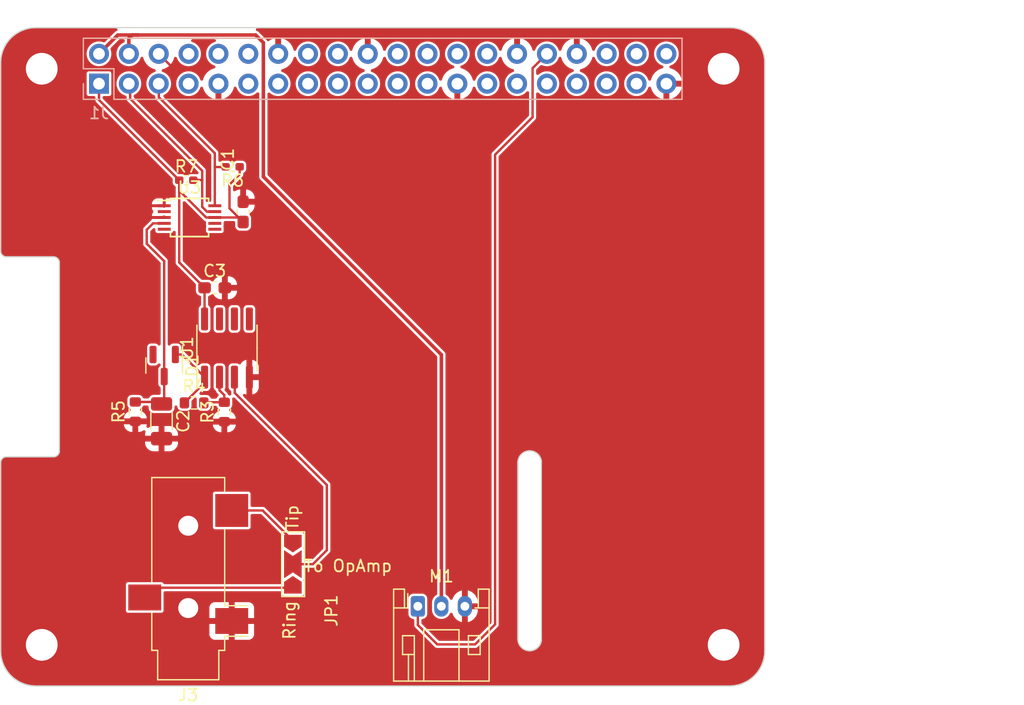
<source format=kicad_pcb>
(kicad_pcb (version 20221018) (generator pcbnew)
  (title_block (date "15 nov 2012"))
  (layers (0 "F.Cu" signal) (31 "B.Cu" signal) (34 "B.Paste" user) (35 "F.Paste" user) (36 "B.SilkS" user "B.Silkscreen") (37 "F.SilkS" user "F.Silkscreen") (38 "B.Mask" user) (39 "F.Mask" user) (44 "Edge.Cuts" user))
  (net 0 "")
  (net 1 "GND")
  (net 2 "/GPIO2{slash}SDA1")
  (net 3 "/GPIO3{slash}SCL1")
  (net 4 "/GPIO4{slash}GPCLK0")
  (net 5 "/GPIO14{slash}TXD0")
  (net 6 "/GPIO15{slash}RXD0")
  (net 7 "/GPIO17")
  (net 8 "/GPIO18{slash}PCM.CLK")
  (net 9 "/GPIO27")
  (net 10 "/GPIO22")
  (net 11 "/GPIO23")
  (net 12 "/GPIO24")
  (net 13 "/GPIO10{slash}SPI0.MOSI")
  (net 14 "/GPIO9{slash}SPI0.MISO")
  (net 15 "/GPIO25")
  (net 16 "/GPIO11{slash}SPI0.SCLK")
  (net 17 "/GPIO8{slash}SPI0.CE0")
  (net 18 "/GPIO7{slash}SPI0.CE1")
  (net 19 "/ID_SDA")
  (net 20 "/ID_SCL")
  (net 21 "/GPIO5")
  (net 22 "/GPIO6")
  (net 23 "/GPIO12{slash}PWM0")
  (net 24 "/GPIO13{slash}PWM1")
  (net 25 "/GPIO19{slash}PCM.FS")
  (net 26 "/GPIO16")
  (net 27 "/GPIO26")
  (net 28 "/GPIO20{slash}PCM.DIN")
  (net 29 "/GPIO21{slash}PCM.DOUT")
  (net 30 "+5V")
  (net 31 "+3V3")
  (net 32 "Net-(D1-A)")
  (net 33 "/ENVELOPE_OUT")
  (net 36 "Net-(U1A--)")
  (net 37 "Net-(JP1-C)")
  (net 38 "Net-(JP1-A)")
  (net 39 "Net-(JP1-B)")
  (footprint "MountingHole:MountingHole_2.7mm_M2.5" (layer "F.Cu") (at 161.5 47.5)
    (fp_text reference "MH2" hide)
    (fp_text value "MountingHole_2.7mm_M2.5" hide)
    (pad "" np_thru_hole circle locked (at 0 0) (size 2.7 2.7) (drill 2.7) (layers "*.Cu" "*.Mask"))
  )
  (footprint "Connector_JST:JST_PH_S3B-PH-K_1x03_P2.00mm_Horizontal" (layer "F.Cu") (at 135.49 93.22)
    (fp_text reference "M1" (at 2 -2.55) (layer "F.SilkS"))
    (fp_text value "Motor_Servo")
    (fp_line (start -2.06 -1.46) (end -2.06 6.36) (stroke (width 0.12)) (layer "F.SilkS"))
    (fp_line (start -2.06 0.14) (end -1.14 0.14) (stroke (width 0.12)) (layer "F.SilkS"))
    (fp_line (start -2.06 6.36) (end 6.06 6.36) (stroke (width 0.12)) (layer "F.SilkS"))
    (fp_line (start -1.3 2.5) (end -1.3 4.1) (stroke (width 0.12)) (layer "F.SilkS"))
    (fp_line (start -1.3 4.1) (end -0.3 4.1) (stroke (width 0.12)) (layer "F.SilkS"))
    (fp_line (start -1.14 -1.46) (end -2.06 -1.46) (stroke (width 0.12)) (layer "F.SilkS"))
    (fp_line (start -1.14 0.14) (end -1.14 -1.46) (stroke (width 0.12)) (layer "F.SilkS"))
    (fp_line (start -0.86 0.14) (end -1.14 0.14) (stroke (width 0.12)) (layer "F.SilkS"))
    (fp_line (start -0.86 0.14) (end -0.86 -1.075) (stroke (width 0.12)) (layer "F.SilkS"))
    (fp_line (start -0.8 4.1) (end -0.8 6.36) (stroke (width 0.12)) (layer "F.SilkS"))
    (fp_line (start -0.3 2.5) (end -1.3 2.5) (stroke (width 0.12)) (layer "F.SilkS"))
    (fp_line (start -0.3 4.1) (end -0.3 2.5) (stroke (width 0.12)) (layer "F.SilkS"))
    (fp_line (start -0.3 4.1) (end -0.3 6.36) (stroke (width 0.12)) (layer "F.SilkS"))
    (fp_line (start 0.5 2) (end 3.5 2) (stroke (width 0.12)) (layer "F.SilkS"))
    (fp_line (start 0.5 6.36) (end 0.5 2) (stroke (width 0.12)) (layer "F.SilkS"))
    (fp_line (start 3.5 2) (end 3.5 6.36) (stroke (width 0.12)) (layer "F.SilkS"))
    (fp_line (start 4.3 2.5) (end 5.3 2.5) (stroke (width 0.12)) (layer "F.SilkS"))
    (fp_line (start 4.3 4.1) (end 4.3 2.5) (stroke (width 0.12)) (layer "F.SilkS"))
    (fp_line (start 5.14 -1.46) (end 5.14 0.14) (stroke (width 0.12)) (layer "F.SilkS"))
    (fp_line (start 5.14 0.14) (end 4.86 0.14) (stroke (width 0.12)) (layer "F.SilkS"))
    (fp_line (start 5.3 2.5) (end 5.3 4.1) (stroke (width 0.12)) (layer "F.SilkS"))
    (fp_line (start 5.3 4.1) (end 4.3 4.1) (stroke (width 0.12)) (layer "F.SilkS"))
    (fp_line (start 6.06 -1.46) (end 5.14 -1.46) (stroke (width 0.12)) (layer "F.SilkS"))
    (fp_line (start 6.06 0.14) (end 5.14 0.14) (stroke (width 0.12)) (layer "F.SilkS"))
    (fp_line (start 6.06 6.36) (end 6.06 -1.46) (stroke (width 0.12)) (layer "F.SilkS"))
    (pad "1" thru_hole roundrect (at 0 0) (size 1.2 1.75) (drill 0.75) (layers "*.Cu" "*.Mask") (roundrect_rratio 0.208333) (net 23 "/GPIO12{slash}PWM0"))
    (pad "2" thru_hole oval (at 2 0) (size 1.2 1.75) (drill 0.75) (layers "*.Cu" "*.Mask") (net 30 "+5V"))
    (pad "3" thru_hole oval (at 4 0) (size 1.2 1.75) (drill 0.75) (layers "*.Cu" "*.Mask") (net 1 "GND"))
  )
  (footprint "Capacitor_SMD:C_0603_1608Metric_Pad1.08x0.95mm_HandSolder" (layer "F.Cu") (at 118.2125 66.13)
    (fp_text reference "C3" (at 0 -1.43) (layer "F.SilkS"))
    (fp_text value "0.1uF")
    (fp_line (start -0.146267 -0.51) (end 0.146267 -0.51) (stroke (width 0.12)) (layer "F.SilkS"))
    (fp_line (start -0.146267 0.51) (end 0.146267 0.51) (stroke (width 0.12)) (layer "F.SilkS"))
    (pad "1" smd roundrect (at -0.8625 0) (size 1.075 0.95) (layers "F.Cu" "F.Paste" "F.Mask") (net 31 "+3V3"))
    (pad "2" smd roundrect (at 0.8625 0) (size 1.075 0.95) (layers "F.Cu" "F.Paste" "F.Mask") (net 1 "GND"))
  )
  (footprint "Package_TO_SOT_SMD:SOT-23" (layer "F.Cu") (at 113.915 72.7425 -90)
    (fp_text reference "D1" (at 0 -2.4 90) (layer "F.SilkS"))
    (fp_text value "BAR43FILM")
    (fp_line (start 0 -1.56) (end -1.675 -1.56) (stroke (width 0.12)) (layer "F.SilkS"))
    (fp_line (start 0 -1.56) (end 0.65 -1.56) (stroke (width 0.12)) (layer "F.SilkS"))
    (fp_line (start 0 1.56) (end -0.65 1.56) (stroke (width 0.12)) (layer "F.SilkS"))
    (fp_line (start 0 1.56) (end 0.65 1.56) (stroke (width 0.12)) (layer "F.SilkS"))
    (pad "1" smd roundrect (at -0.9375 -0.95 270) (size 1.475 0.6) (layers "F.Cu" "F.Paste" "F.Mask") (net 32 "Net-(D1-A)"))
    (pad "2" smd roundrect (at -0.9375 0.95 270) (size 1.475 0.6) (layers "F.Cu" "F.Paste" "F.Mask"))
    (pad "3" smd roundrect (at 0.9375 0 270) (size 1.475 0.6) (layers "F.Cu" "F.Paste" "F.Mask") (net 33 "/ENVELOPE_OUT"))
  )
  (footprint "Package_SO:TSSOP-10_3x3mm_P0.5mm" (layer "F.Cu") (at 116.07 60.15)
    (fp_text reference "U3" (at 0 -2.55) (layer "F.SilkS"))
    (fp_text value "ADS1115IDGS")
    (fp_line (start -1.625 -1.625) (end -1.625 -1.45) (stroke (width 0.15)) (layer "F.SilkS"))
    (fp_line (start -1.625 -1.625) (end 1.625 -1.625) (stroke (width 0.15)) (layer "F.SilkS"))
    (fp_line (start -1.625 -1.45) (end -2.7 -1.45) (stroke (width 0.15)) (layer "F.SilkS"))
    (fp_line (start -1.625 1.625) (end -1.625 1.35) (stroke (width 0.15)) (layer "F.SilkS"))
    (fp_line (start -1.625 1.625) (end 1.625 1.625) (stroke (width 0.15)) (layer "F.SilkS"))
    (fp_line (start 1.625 -1.625) (end 1.625 -1.35) (stroke (width 0.15)) (layer "F.SilkS"))
    (fp_line (start 1.625 1.625) (end 1.625 1.35) (stroke (width 0.15)) (layer "F.SilkS"))
    (pad "1" smd rect (at -2.15 -1) (size 1.1 0.25) (layers "F.Cu" "F.Paste" "F.Mask") (net 1 "GND"))
    (pad "2" smd rect (at -2.15 -0.5) (size 1.1 0.25) (layers "F.Cu" "F.Paste" "F.Mask"))
    (pad "3" smd rect (at -2.15 0) (size 1.1 0.25) (layers "F.Cu" "F.Paste" "F.Mask") (net 1 "GND"))
    (pad "4" smd rect (at -2.15 0.5) (size 1.1 0.25) (layers "F.Cu" "F.Paste" "F.Mask") (net 33 "/ENVELOPE_OUT"))
    (pad "5" smd rect (at -2.15 1) (size 1.1 0.25) (layers "F.Cu" "F.Paste" "F.Mask"))
    (pad "6" smd rect (at 2.15 1) (size 1.1 0.25) (layers "F.Cu" "F.Paste" "F.Mask"))
    (pad "7" smd rect (at 2.15 0.5) (size 1.1 0.25) (layers "F.Cu" "F.Paste" "F.Mask"))
    (pad "8" smd rect (at 2.15 0) (size 1.1 0.25) (layers "F.Cu" "F.Paste" "F.Mask") (net 31 "+3V3"))
    (pad "9" smd rect (at 2.15 -0.5) (size 1.1 0.25) (layers "F.Cu" "F.Paste" "F.Mask") (net 2 "/GPIO2{slash}SDA1"))
    (pad "10" smd rect (at 2.15 -1) (size 1.1 0.25) (layers "F.Cu" "F.Paste" "F.Mask") (net 3 "/GPIO3{slash}SCL1"))
  )
  (footprint "Resistor_SMD:R_0603_1608Metric" (layer "F.Cu") (at 111.46 76.665 90)
    (fp_text reference "R5" (at 0 -1.43 90) (layer "F.SilkS"))
    (fp_text value "3k")
    (fp_line (start -0.237258 -0.5225) (end 0.237258 -0.5225) (stroke (width 0.12)) (layer "F.SilkS"))
    (fp_line (start -0.237258 0.5225) (end 0.237258 0.5225) (stroke (width 0.12)) (layer "F.SilkS"))
    (pad "1" smd roundrect (at -0.825 0 90) (size 0.8 0.95) (layers "F.Cu" "F.Paste" "F.Mask") (net 1 "GND"))
    (pad "2" smd roundrect (at 0.825 0 90) (size 0.8 0.95) (layers "F.Cu" "F.Paste" "F.Mask") (net 33 "/ENVELOPE_OUT"))
  )
  (footprint "MountingHole:MountingHole_2.7mm_M2.5" (layer "F.Cu") (at 103.5 96.5)
    (fp_text reference "MH3" hide)
    (fp_text value "MountingHole_2.7mm_M2.5" hide)
    (pad "" np_thru_hole circle locked (at 0 0) (size 2.7 2.7) (drill 2.7) (layers "*.Cu" "*.Mask"))
  )
  (footprint "Jumper:SolderJumper-3_P2.0mm_Open_TrianglePad1.0x1.5mm_NumberLabels" (layer "F.Cu") (at 124.86 89.64 -90)
    (fp_text reference "JP1" (at 3.95 -3.28 90) (layer "F.SilkS"))
    (fp_text value "SolderJumper_3_Open")
    (fp_text user "Ring" (at 4.77 0.29 90) (layer "F.SilkS"))
    (fp_text user "Tip" (at -3.96 0.04 90) (layer "F.SilkS"))
    (fp_line (start -2.75 -1) (end 2.75 -1) (stroke (width 0.12)) (layer "F.SilkS"))
    (fp_line (start -2.75 0.95) (end -2.75 -1) (stroke (width 0.12)) (layer "F.SilkS"))
    (fp_line (start 2.75 -1) (end 2.75 0.95) (stroke (width 0.12)) (layer "F.SilkS"))
    (fp_line (start 2.75 0.95) (end -2.75 0.95) (stroke (width 0.12)) (layer "F.SilkS"))
    (pad "1" smd custom (at -2 0 270) (size 0.3 0.3) (layers "F.Cu" "F.Mask") (net 38 "Net-(JP1-A)") (options (clearance outline) (anchor rect)) (primitives (gr_poly (pts (xy 1 0) (xy 0.5 0.75) (xy -0.5 0.75) (xy -0.5 -0.75) (xy 0.5 -0.75)) (width 0) (fill yes))))
    (pad "2" smd custom (at 0 0 270) (size 0.3 0.3) (layers "F.Cu") (net 37 "Net-(JP1-C)") (options (clearance outline) (anchor rect)) (primitives (gr_poly (pts (xy 0.7 0) (xy 1.2 0.75) (xy -1.2 0.75) (xy -0.7 0) (xy -1.2 -0.75) (xy 1.2 -0.75)) (width 0) (fill yes))))
    (pad "3" smd custom (at 2 0 90) (size 0.3 0.3) (layers "F.Cu" "F.Mask") (net 39 "Net-(JP1-B)") (options (clearance outline) (anchor rect)) (primitives (gr_poly (pts (xy 1 0) (xy 0.5 0.75) (xy -0.5 0.75) (xy -0.5 -0.75) (xy 0.5 -0.75)) (width 0) (fill yes))))
  )
  (footprint "MountingHole:MountingHole_2.7mm_M2.5" (layer "F.Cu") (at 103.5 47.5)
    (fp_text reference "MH1" hide)
    (fp_text value "MountingHole_2.7mm_M2.5" hide)
    (pad "" np_thru_hole circle locked (at 0 0) (size 2.7 2.7) (drill 2.7) (layers "*.Cu" "*.Mask"))
  )
  (footprint "Capacitor_SMD:C_0603_1608Metric_Pad1.08x0.95mm_HandSolder" (layer "F.Cu") (at 120.63 59.6725 90)
    (fp_text reference "C1" (at 4.455 -1.305 90) (layer "F.SilkS"))
    (fp_text value "0.1uF")
    (fp_line (start -0.146267 -0.51) (end 0.146267 -0.51) (stroke (width 0.12)) (layer "F.SilkS"))
    (fp_line (start -0.146267 0.51) (end 0.146267 0.51) (stroke (width 0.12)) (layer "F.SilkS"))
    (pad "1" smd roundrect (at -0.8625 0 90) (size 1.075 0.95) (layers "F.Cu" "F.Paste" "F.Mask") (net 31 "+3V3"))
    (pad "2" smd roundrect (at 0.8625 0 90) (size 1.075 0.95) (layers "F.Cu" "F.Paste" "F.Mask") (net 1 "GND"))
  )
  (footprint "Resistor_SMD:R_0402_1005Metric_Pad0.72x0.64mm_HandSolder" (layer "F.Cu") (at 115.7925 56.98)
    (fp_text reference "R7" (at 0 -1.17) (layer "F.SilkS"))
    (fp_text value "R_Small")
    (fp_line (start -0.167621 -0.38) (end 0.167621 -0.38) (stroke (width 0.12)) (layer "F.SilkS"))
    (fp_line (start -0.167621 0.38) (end 0.167621 0.38) (stroke (width 0.12)) (layer "F.SilkS"))
    (pad "1" smd roundrect (at -0.5975 0) (size 0.715 0.64) (layers "F.Cu" "F.Paste" "F.Mask") (net 31 "+3V3"))
    (pad "2" smd roundrect (at 0.5975 0) (size 0.715 0.64) (layers "F.Cu" "F.Paste" "F.Mask") (net 2 "/GPIO2{slash}SDA1"))
  )
  (footprint "Package_SO:SOIC-8_3.9x4.9mm_P1.27mm" (layer "F.Cu") (at 119.255 71.255 90)
    (fp_text reference "U1" (at 0 -3.4 90) (layer "F.SilkS"))
    (fp_text value "TLV2372")
    (fp_line (start 0 -2.56) (end -3.45 -2.56) (stroke (width 0.12)) (layer "F.SilkS"))
    (fp_line (start 0 -2.56) (end 1.95 -2.56) (stroke (width 0.12)) (layer "F.SilkS"))
    (fp_line (start 0 2.56) (end -1.95 2.56) (stroke (width 0.12)) (layer "F.SilkS"))
    (fp_line (start 0 2.56) (end 1.95 2.56) (stroke (width 0.12)) (layer "F.SilkS"))
    (pad "1" smd roundrect (at -2.475 -1.905 90) (size 1.95 0.6) (layers "F.Cu" "F.Paste" "F.Mask") (net 32 "Net-(D1-A)"))
    (pad "2" smd roundrect (at -2.475 -0.635 90) (size 1.95 0.6) (layers "F.Cu" "F.Paste" "F.Mask") (net 36 "Net-(U1A--)"))
    (pad "3" smd roundrect (at -2.475 0.635 90) (size 1.95 0.6) (layers "F.Cu" "F.Paste" "F.Mask") (net 37 "Net-(JP1-C)"))
    (pad "4" smd roundrect (at -2.475 1.905 90) (size 1.95 0.6) (layers "F.Cu" "F.Paste" "F.Mask") (net 1 "GND"))
    (pad "5" smd roundrect (at 2.475 1.905 90) (size 1.95 0.6) (layers "F.Cu" "F.Paste" "F.Mask"))
    (pad "6" smd roundrect (at 2.475 0.635 90) (size 1.95 0.6) (layers "F.Cu" "F.Paste" "F.Mask"))
    (pad "7" smd roundrect (at 2.475 -0.635 90) (size 1.95 0.6) (layers "F.Cu" "F.Paste" "F.Mask"))
    (pad "8" smd roundrect (at 2.475 -1.905 90) (size 1.95 0.6) (layers "F.Cu" "F.Paste" "F.Mask") (net 31 "+3V3"))
  )
  (footprint "Connector_Audio:Jack_3.5mm_CUI_SJ-3523-SMT_Horizontal" (layer "F.Cu") (at 115.96 90.87 180)
    (fp_text reference "J3" (at 0 -9.9) (layer "F.SilkS"))
    (fp_text value "AudioJack3")
    (fp_line (start -3.1 -6.1) (end -2.6 -6.1) (stroke (width 0.12)) (layer "F.SilkS"))
    (fp_line (start -3.1 -4.9) (end -5.1 -4.9) (stroke (width 0.12)) (layer "F.SilkS"))
    (fp_line (start -3.1 -4.9) (end -3.1 -6.1) (stroke (width 0.12)) (layer "F.SilkS"))
    (fp_line (start -3.1 -2.3) (end -5.1 -2.3) (stroke (width 0.12)) (layer "F.SilkS"))
    (fp_line (start -3.1 4.2) (end -3.1 -2.3) (stroke (width 0.12)) (layer "F.SilkS"))
    (fp_line (start -3.1 8.6) (end -3.1 7.4) (stroke (width 0.12)) (layer "F.SilkS"))
    (fp_line (start -2.6 -8.6) (end 2.6 -8.6) (stroke (width 0.12)) (layer "F.SilkS"))
    (fp_line (start -2.6 -6.1) (end -2.6 -8.6) (stroke (width 0.12)) (layer "F.SilkS"))
    (fp_line (start 2.6 -8.6) (end 2.6 -6.1) (stroke (width 0.12)) (layer "F.SilkS"))
    (fp_line (start 2.6 -6.1) (end 3.1 -6.1) (stroke (width 0.12)) (layer "F.SilkS"))
    (fp_line (start 3.1 -6.1) (end 3.1 -2.9) (stroke (width 0.12)) (layer "F.SilkS"))
    (fp_line (start 3.1 -0.3) (end 3.1 8.6) (stroke (width 0.12)) (layer "F.SilkS"))
    (fp_line (start 3.1 8.6) (end -3.1 8.6) (stroke (width 0.12)) (layer "F.SilkS"))
    (pad "" np_thru_hole circle (at 0 -2.5 180) (size 1.7 1.7) (drill 1.7) (layers "*.Cu" "*.Mask"))
    (pad "" np_thru_hole circle (at 0 4.5 180) (size 1.7 1.7) (drill 1.7) (layers "*.Cu" "*.Mask"))
    (pad "R" smd rect (at 3.7 -1.6 180) (size 2.8 2.2) (layers "F.Cu" "F.Paste" "F.Mask") (net 39 "Net-(JP1-B)"))
    (pad "S" smd rect (at -3.7 -3.6 180) (size 2.8 2.2) (layers "F.Cu" "F.Paste" "F.Mask") (net 1 "GND"))
    (pad "T" smd rect (at -3.7 5.8 180) (size 2.8 2.8) (layers "F.Cu" "F.Paste" "F.Mask") (net 38 "Net-(JP1-A)"))
  )
  (footprint "MountingHole:MountingHole_2.7mm_M2.5" (layer "F.Cu") (at 161.5 96.5)
    (fp_text reference "MH4" hide)
    (fp_text value "MountingHole_2.7mm_M2.5" hide)
    (pad "" np_thru_hole circle locked (at 0 0) (size 2.7 2.7) (drill 2.7) (layers "*.Cu" "*.Mask"))
  )
  (footprint "Capacitor_SMD:C_1206_3216Metric" (layer "F.Cu") (at 113.69 77.485 -90)
    (fp_text reference "C2" (at 0 -1.85 90) (layer "F.SilkS"))
    (fp_text value "47uF")
    (fp_line (start -0.711252 -0.91) (end 0.711252 -0.91) (stroke (width 0.12)) (layer "F.SilkS"))
    (fp_line (start -0.711252 0.91) (end 0.711252 0.91) (stroke (width 0.12)) (layer "F.SilkS"))
    (pad "1" smd roundrect (at -1.475 0 270) (size 1.15 1.8) (layers "F.Cu" "F.Paste" "F.Mask") (roundrect_rratio 0.217391) (net 33 "/ENVELOPE_OUT"))
    (pad "2" smd roundrect (at 1.475 0 270) (size 1.15 1.8) (layers "F.Cu" "F.Paste" "F.Mask") (roundrect_rratio 0.217391) (net 1 "GND"))
  )
  (footprint "Resistor_SMD:R_0402_1005Metric_Pad0.72x0.64mm_HandSolder" (layer "F.Cu") (at 119.7375 55.84 180)
    (fp_text reference "R6" (at 0 -1.17) (layer "F.SilkS"))
    (fp_text value "R_Small")
    (fp_line (start -0.167621 -0.38) (end 0.167621 -0.38) (stroke (width 0.12)) (layer "F.SilkS"))
    (fp_line (start -0.167621 0.38) (end 0.167621 0.38) (stroke (width 0.12)) (layer "F.SilkS"))
    (pad "1" smd roundrect (at -0.5975 0 180) (size 0.715 0.64) (layers "F.Cu" "F.Paste" "F.Mask") (net 31 "+3V3"))
    (pad "2" smd roundrect (at 0.5975 0 180) (size 0.715 0.64) (layers "F.Cu" "F.Paste" "F.Mask") (net 3 "/GPIO3{slash}SCL1"))
  )
  (footprint "Resistor_SMD:R_0603_1608Metric" (layer "F.Cu") (at 119.03 76.69 90)
    (fp_text reference "R3" (at 0 -1.43 90) (layer "F.SilkS"))
    (fp_text value "5k")
    (fp_line (start -0.237258 -0.5225) (end 0.237258 -0.5225) (stroke (width 0.12)) (layer "F.SilkS"))
    (fp_line (start -0.237258 0.5225) (end 0.237258 0.5225) (stroke (width 0.12)) (layer "F.SilkS"))
    (pad "1" smd roundrect (at -0.825 0 90) (size 0.8 0.95) (layers "F.Cu" "F.Paste" "F.Mask") (net 1 "GND"))
    (pad "2" smd roundrect (at 0.825 0 90) (size 0.8 0.95) (layers "F.Cu" "F.Paste" "F.Mask") (net 36 "Net-(U1A--)"))
  )
  (footprint "Resistor_SMD:R_0603_1608Metric" (layer "F.Cu") (at 116.46 75.92)
    (fp_text reference "R4" (at 0 -1.43) (layer "F.SilkS"))
    (fp_text value "25k")
    (fp_line (start -0.237258 -0.5225) (end 0.237258 -0.5225) (stroke (width 0.12)) (layer "F.SilkS"))
    (fp_line (start -0.237258 0.5225) (end 0.237258 0.5225) (stroke (width 0.12)) (layer "F.SilkS"))
    (pad "1" smd roundrect (at -0.825 0) (size 0.8 0.95) (layers "F.Cu" "F.Paste" "F.Mask") (net 32 "Net-(D1-A)"))
    (pad "2" smd roundrect (at 0.825 0) (size 0.8 0.95) (layers "F.Cu" "F.Paste" "F.Mask") (net 36 "Net-(U1A--)"))
  )
  (footprint "Connector_PinSocket_2.54mm:PinSocket_2x20_P2.54mm_Vertical" (layer "B.Cu") (at 108.37 48.77 -90)
    (fp_text reference "J1" (at 2.5 0) (layer "B.SilkS") (effects (justify mirror)))
    (fp_text value "GPIO")
    (fp_line (start -3.87 -49.59) (end 1.33 -49.59) (stroke (width 0.12)) (layer "B.SilkS"))
    (fp_line (start -3.87 1.33) (end -3.87 -49.59) (stroke (width 0.12)) (layer "B.SilkS"))
    (fp_line (start -3.87 1.33) (end -1.27 1.33) (stroke (width 0.12)) (layer "B.SilkS"))
    (fp_line (start -1.27 -1.27) (end 1.33 -1.27) (stroke (width 0.12)) (layer "B.SilkS"))
    (fp_line (start -1.27 1.33) (end -1.27 -1.27) (stroke (width 0.12)) (layer "B.SilkS"))
    (fp_line (start 0 1.33) (end 1.33 1.33) (stroke (width 0.12)) (layer "B.SilkS"))
    (fp_line (start 1.33 -1.27) (end 1.33 -49.59) (stroke (width 0.12)) (layer "B.SilkS"))
    (fp_line (start 1.33 1.33) (end 1.33 0) (stroke (width 0.12)) (layer "B.SilkS"))
    (pad "1" thru_hole rect (at 0 0 270) (size 1.7 1.7) (drill 1) (layers "*.Cu" "*.Mask") (net 31 "+3V3"))
    (pad "2" thru_hole oval (at -2.54 0 270) (size 1.7 1.7) (drill 1) (layers "*.Cu" "*.Mask") (net 30 "+5V"))
    (pad "3" thru_hole oval (at 0 -2.54 270) (size 1.7 1.7) (drill 1) (layers "*.Cu" "*.Mask") (net 2 "/GPIO2{slash}SDA1"))
    (pad "4" thru_hole oval (at -2.54 -2.54 270) (size 1.7 1.7) (drill 1) (layers "*.Cu" "*.Mask") (net 30 "+5V"))
    (pad "5" thru_hole oval (at 0 -5.08 270) (size 1.7 1.7) (drill 1) (layers "*.Cu" "*.Mask") (net 3 "/GPIO3{slash}SCL1"))
    (pad "6" thru_hole oval (at -2.54 -5.08 270) (size 1.7 1.7) (drill 1) (layers "*.Cu" "*.Mask") (net 1 "GND"))
    (pad "7" thru_hole oval (at 0 -7.62 270) (size 1.7 1.7) (drill 1) (layers "*.Cu" "*.Mask") (net 4 "/GPIO4{slash}GPCLK0"))
    (pad "8" thru_hole oval (at -2.54 -7.62 270) (size 1.7 1.7) (drill 1) (layers "*.Cu" "*.Mask") (net 5 "/GPIO14{slash}TXD0"))
    (pad "9" thru_hole oval (at 0 -10.16 270) (size 1.7 1.7) (drill 1) (layers "*.Cu" "*.Mask") (net 1 "GND"))
    (pad "10" thru_hole oval (at -2.54 -10.16 270) (size 1.7 1.7) (drill 1) (layers "*.Cu" "*.Mask") (net 6 "/GPIO15{slash}RXD0"))
    (pad "11" thru_hole oval (at 0 -12.7 270) (size 1.7 1.7) (drill 1) (layers "*.Cu" "*.Mask") (net 7 "/GPIO17"))
    (pad "12" thru_hole oval (at -2.54 -12.7 270) (size 1.7 1.7) (drill 1) (layers "*.Cu" "*.Mask") (net 8 "/GPIO18{slash}PCM.CLK"))
    (pad "13" thru_hole oval (at 0 -15.24 270) (size 1.7 1.7) (drill 1) (layers "*.Cu" "*.Mask") (net 9 "/GPIO27"))
    (pad "14" thru_hole oval (at -2.54 -15.24 270) (size 1.7 1.7) (drill 1) (layers "*.Cu" "*.Mask") (net 1 "GND"))
    (pad "15" thru_hole oval (at 0 -17.78 270) (size 1.7 1.7) (drill 1) (layers "*.Cu" "*.Mask") (net 10 "/GPIO22"))
    (pad "16" thru_hole oval (at -2.54 -17.78 270) (size 1.7 1.7) (drill 1) (layers "*.Cu" "*.Mask") (net 11 "/GPIO23"))
    (pad "17" thru_hole oval (at 0 -20.32 270) (size 1.7 1.7) (drill 1) (layers "*.Cu" "*.Mask") (net 31 "+3V3"))
    (pad "18" thru_hole oval (at -2.54 -20.32 270) (size 1.7 1.7) (drill 1) (layers "*.Cu" "*.Mask") (net 12 "/GPIO24"))
    (pad "19" thru_hole oval (at 0 -22.86 270) (size 1.7 1.7) (drill 1) (layers "*.Cu" "*.Mask") (net 13 "/GPIO10{slash}SPI0.MOSI"))
    (pad "20" thru_hole oval (at -2.54 -22.86 270) (size 1.7 1.7) (drill 1) (layers "*.Cu" "*.Mask") (net 1 "GND"))
    (pad "21" thru_hole oval (at 0 -25.4 270) (size 1.7 1.7) (drill 1) (layers "*.Cu" "*.Mask") (net 14 "/GPIO9{slash}SPI0.MISO"))
    (pad "22" thru_hole oval (at -2.54 -25.4 270) (size 1.7 1.7) (drill 1) (layers "*.Cu" "*.Mask") (net 15 "/GPIO25"))
    (pad "23" thru_hole oval (at 0 -27.94 270) (size 1.7 1.7) (drill 1) (layers "*.Cu" "*.Mask") (net 16 "/GPIO11{slash}SPI0.SCLK"))
    (pad "24" thru_hole oval (at -2.54 -27.94 270) (size 1.7 1.7) (drill 1) (layers "*.Cu" "*.Mask") (net 17 "/GPIO8{slash}SPI0.CE0"))
    (pad "25" thru_hole oval (at 0 -30.48 270) (size 1.7 1.7) (drill 1) (layers "*.Cu" "*.Mask") (net 1 "GND"))
    (pad "26" thru_hole oval (at -2.54 -30.48 270) (size 1.7 1.7) (drill 1) (layers "*.Cu" "*.Mask") (net 18 "/GPIO7{slash}SPI0.CE1"))
    (pad "27" thru_hole oval (at 0 -33.02 270) (size 1.7 1.7) (drill 1) (layers "*.Cu" "*.Mask") (net 19 "/ID_SDA"))
    (pad "28" thru_hole oval (at -2.54 -33.02 270) (size 1.7 1.7) (drill 1) (layers "*.Cu" "*.Mask") (net 20 "/ID_SCL"))
    (pad "29" thru_hole oval (at 0 -35.56 270) (size 1.7 1.7) (drill 1) (layers "*.Cu" "*.Mask") (net 21 "/GPIO5"))
    (pad "30" thru_hole oval (at -2.54 -35.56 270) (size 1.7 1.7) (drill 1) (layers "*.Cu" "*.Mask") (net 1 "GND"))
    (pad "31" thru_hole oval (at 0 -38.1 270) (size 1.7 1.7) (drill 1) (layers "*.Cu" "*.Mask") (net 22 "/GPIO6"))
    (pad "32" thru_hole oval (at -2.54 -38.1 270) (size 1.7 1.7) (drill 1) (layers "*.Cu" "*.Mask") (net 23 "/GPIO12{slash}PWM0"))
    (pad "33" thru_hole oval (at 0 -40.64 270) (size 1.7 1.7) (drill 1) (layers "*.Cu" "*.Mask") (net 24 "/GPIO13{slash}PWM1"))
    (pad "34" thru_hole oval (at -2.54 -40.64 270) (size 1.7 1.7) (drill 1) (layers "*.Cu" "*.Mask") (net 1 "GND"))
    (pad "35" thru_hole oval (at 0 -43.18 270) (size 1.7 1.7) (drill 1) (layers "*.Cu" "*.Mask") (net 25 "/GPIO19{slash}PCM.FS"))
    (pad "36" thru_hole oval (at -2.54 -43.18 270) (size 1.7 1.7) (drill 1) (layers "*.Cu" "*.Mask") (net 26 "/GPIO16"))
    (pad "37" thru_hole oval (at 0 -45.72 270) (size 1.7 1.7) (drill 1) (layers "*.Cu" "*.Mask") (net 27 "/GPIO26"))
    (pad "38" thru_hole oval (at -2.54 -45.72 270) (size 1.7 1.7) (drill 1) (layers "*.Cu" "*.Mask") (net 28 "/GPIO20{slash}PCM.DIN"))
    (pad "39" thru_hole oval (at 0 -48.26 270) (size 1.7 1.7) (drill 1) (layers "*.Cu" "*.Mask") (net 1 "GND"))
    (pad "40" thru_hole oval (at -2.54 -48.26 270) (size 1.7 1.7) (drill 1) (layers "*.Cu" "*.Mask") (net 29 "/GPIO21{slash}PCM.DOUT"))
  )
  (gr_arc (start 100.5 63.5) (mid 100.146447 63.353553) (end 100 63) (stroke (width 0.1)) (layer "Edge.Cuts"))
  (gr_arc (start 162 44) (mid 164.12132 44.87868) (end 165 47) (stroke (width 0.1)) (layer "Edge.Cuts"))
  (gr_line (start 165 97) (end 165 47) (stroke (width 0.1)) (layer "Edge.Cuts"))
  (gr_line (start 100 47) (end 100 63) (stroke (width 0.1)) (layer "Edge.Cuts"))
  (gr_line (start 146 81) (end 146 96) (stroke (width 0.1)) (layer "Edge.Cuts"))
  (gr_line (start 144 96) (end 144 81) (stroke (width 0.1)) (layer "Edge.Cuts"))
  (gr_arc (start 103 100) (mid 100.87868 99.12132) (end 100 97) (stroke (width 0.1)) (layer "Edge.Cuts"))
  (gr_line (start 103 100) (end 162 100) (stroke (width 0.1)) (layer "Edge.Cuts"))
  (gr_line (start 104.5 80.5) (end 100.5 80.5) (stroke (width 0.1)) (layer "Edge.Cuts"))
  (gr_arc (start 144 81) (mid 145 80) (end 146 81) (stroke (width 0.1)) (layer "Edge.Cuts"))
  (gr_arc (start 100 81) (mid 100.146138 80.646755) (end 100.499127 80.500001) (stroke (width 0.1)) (layer "Edge.Cuts"))
  (gr_arc (start 165 97) (mid 164.12132 99.12132) (end 162 100) (stroke (width 0.1)) (layer "Edge.Cuts"))
  (gr_line (start 105 64) (end 105 80) (stroke (width 0.1)) (layer "Edge.Cuts"))
  (gr_arc (start 100 47) (mid 100.87868 44.87868) (end 103 44) (stroke (width 0.1)) (layer "Edge.Cuts"))
  (gr_arc (start 146 96) (mid 145 97) (end 144 96) (stroke (width 0.1)) (layer "Edge.Cuts"))
  (gr_line (start 100 81) (end 100 97) (stroke (width 0.1)) (layer "Edge.Cuts"))
  (gr_line (start 100.5 63.5) (end 104.5 63.5) (stroke (width 0.1)) (layer "Edge.Cuts"))
  (gr_arc (start 105 80) (mid 104.853553 80.353553) (end 104.5 80.5) (stroke (width 0.1)) (layer "Edge.Cuts"))
  (gr_arc (start 104.5 63.5) (mid 104.853553 63.646447) (end 105 64) (stroke (width 0.1)) (layer "Edge.Cuts"))
  (gr_line (start 162 44) (end 103 44) (stroke (width 0.1)) (layer "Edge.Cuts"))
  (gr_text "To OpAmp" (at 129.55 89.79) (layer "F.SilkS") (effects (font (size 1 1))))
  (segment (start 113.45 46.23) (end 114.69 47.47) (width 0.2) (layer "F.Cu") (net 1))
  (segment (start 114.69 47.47) (end 114.76 47.47) (width 0.2) (layer "F.Cu") (net 1))
  (segment (start 117.15 59.25) (end 117.15 56.96) (width 0.2) (layer "F.Cu") (net 2))
  (segment (start 117.15 56.96) (end 116.41 56.96) (width 0.2) (layer "F.Cu") (net 2))
  (segment (start 116.41 56.96) (end 116.39 56.98) (width 0.2) (layer "F.Cu") (net 2))
  (segment (start 111.02 50.05) (end 111.02 48.88) (width 0.2) (layer "F.Cu") (net 2))
  (segment (start 117.15 56.18) (end 111.02 50.05) (width 0.2) (layer "F.Cu") (net 2))
  (segment (start 111.02 48.88) (end 110.91 48.77) (width 0.2) (layer "F.Cu") (net 2))
  (segment (start 117.15 56.96) (end 117.15 56.18) (width 0.2) (layer "F.Cu") (net 2))
  (segment (start 118.22 59.65) (end 117.55 59.65) (width 0.2) (layer "F.Cu") (net 2))
  (segment (start 117.55 59.65) (end 117.15 59.25) (width 0.2) (layer "F.Cu") (net 2))
  (segment (start 113.46 48.78) (end 113.45 48.77) (width 0.2) (layer "F.Cu") (net 3))
  (segment (start 119.12 55.86) (end 119.14 55.84) (width 0.2) (layer "F.Cu") (net 3))
  (segment (start 113.46 49.92) (end 113.46 48.78) (width 0.2) (layer "F.Cu") (net 3))
  (segment (start 118.22 55.86) (end 118.22 54.68) (width 0.2) (layer "F.Cu") (net 3))
  (segment (start 118.22 54.68) (end 113.46 49.92) (width 0.2) (layer "F.Cu") (net 3))
  (segment (start 118.22 59.15) (end 118.22 55.86) (width 0.2) (layer "F.Cu") (net 3))
  (segment (start 118.22 55.86) (end 119.12 55.86) (width 0.2) (layer "F.Cu") (net 3))
  (segment (start 142.06 54.806346) (end 145.25 51.616346) (width 0.2) (layer "F.Cu") (net 23))
  (segment (start 142.06 94.76) (end 142.06 54.806346) (width 0.2) (layer "F.Cu") (net 23))
  (segment (start 135.49 93.22) (end 135.49 94.81) (width 0.2) (layer "F.Cu") (net 23))
  (segment (start 135.49 94.81) (end 137.14 96.46) (width 0.2) (layer "F.Cu") (net 23))
  (segment (start 137.14 96.46) (end 140.36 96.46) (width 0.2) (layer "F.Cu") (net 23))
  (segment (start 140.36 96.46) (end 142.06 94.76) (width 0.2) (layer "F.Cu") (net 23))
  (segment (start 145.25 51.616346) (end 145.25 47.45) (width 0.2) (layer "F.Cu") (net 23))
  (segment (start 145.25 47.45) (end 146.47 46.23) (width 0.2) (layer "F.Cu") (net 23))
  (segment (start 110.91 44.91) (end 110.91 46.23) (width 0.3) (layer "F.Cu") (net 30))
  (segment (start 137.49 93.22) (end 137.49 71.82) (width 0.3) (layer "F.Cu") (net 30))
  (segment (start 111.19 44.63) (end 110.91 44.91) (width 0.3) (layer "F.Cu") (net 30))
  (segment (start 111.71 44.63) (end 111.19 44.63) (width 0.3) (layer "F.Cu") (net 30))
  (segment (start 122.35 45.28) (end 121.7 44.63) (width 0.3) (layer "F.Cu") (net 30))
  (segment (start 121.7 44.63) (end 111.71 44.63) (width 0.3) (layer "F.Cu") (net 30))
  (segment (start 109.97 44.63) (end 111.71 44.63) (width 0.3) (layer "F.Cu") (net 30))
  (segment (start 108.37 46.23) (end 109.97 44.63) (width 0.3) (layer "F.Cu") (net 30))
  (segment (start 137.49 71.82) (end 122.35 56.68) (width 0.3) (layer "F.Cu") (net 30))
  (segment (start 122.35 56.68) (end 122.35 45.28) (width 0.3) (layer "F.Cu") (net 30))
  (segment (start 120.245 60.15) (end 118.22 60.15) (width 0.2) (layer "F.Cu") (net 31))
  (segment (start 119.47 57.35) (end 120.335 56.485) (width 0.2) (layer "F.Cu") (net 31))
  (segment (start 115.195 63.975) (end 117.35 66.13) (width 0.2) (layer "F.Cu") (net 31))
  (segment (start 115.195 56.98) (end 115.195 57.55) (width 0.2) (layer "F.Cu") (net 31))
  (segment (start 108.37 50.155) (end 115.195 56.98) (width 0.2) (layer "F.Cu") (net 31))
  (segment (start 120.63 60.535) (end 120.245 60.15) (width 0.2) (layer "F.Cu") (net 31))
  (segment (start 108.37 48.77) (end 108.37 50.155) (width 0.2) (layer "F.Cu") (net 31))
  (segment (start 115.195 57.55) (end 115.195 57.860686) (width 0.2) (layer "F.Cu") (net 31))
  (segment (start 115.195 57.860686) (end 117.484314 60.15) (width 0.2) (layer "F.Cu") (net 31))
  (segment (start 120.63 60.535) (end 119.47 59.375) (width 0.2) (layer "F.Cu") (net 31))
  (segment (start 115.195 57.55) (end 115.195 63.975) (width 0.2) (layer "F.Cu") (net 31))
  (segment (start 117.484314 60.15) (end 118.22 60.15) (width 0.2) (layer "F.Cu") (net 31))
  (segment (start 119.47 59.375) (end 119.47 57.35) (width 0.2) (layer "F.Cu") (net 31))
  (segment (start 120.335 56.485) (end 120.335 55.84) (width 0.2) (layer "F.Cu") (net 31))
  (segment (start 117.35 68.78) (end 117.35 66.13) (width 0.2) (layer "F.Cu") (net 31))
  (segment (start 117.35 73.73) (end 117.35 74.205) (width 0.2) (layer "F.Cu") (net 32))
  (segment (start 114.865 71.805) (end 115.425 71.805) (width 0.2) (layer "F.Cu") (net 32))
  (segment (start 117.35 74.205) (end 115.635 75.92) (width 0.2) (layer "F.Cu") (net 32))
  (segment (start 115.425 71.805) (end 117.35 73.73) (width 0.2) (layer "F.Cu") (net 32))
  (segment (start 112.43 61.19) (end 112.97 60.65) (width 0.2) (layer "F.Cu") (net 33))
  (segment (start 113.915 73.68) (end 113.915 63.865) (width 0.2) (layer "F.Cu") (net 33))
  (segment (start 112.97 60.65) (end 113.92 60.65) (width 0.2) (layer "F.Cu") (net 33))
  (segment (start 113.69 76.01) (end 113.52 75.84) (width 0.2) (layer "F.Cu") (net 33))
  (segment (start 113.915 63.865) (end 112.43 62.38) (width 0.2) (layer "F.Cu") (net 33))
  (segment (start 112.43 62.38) (end 112.43 61.19) (width 0.2) (layer "F.Cu") (net 33))
  (segment (start 113.52 75.84) (end 111.46 75.84) (width 0.2) (layer "F.Cu") (net 33))
  (segment (start 113.915 75.785) (end 113.69 76.01) (width 0.2) (layer "F.Cu") (net 33))
  (segment (start 113.915 73.68) (end 113.915 75.785) (width 0.2) (layer "F.Cu") (net 33))
  (segment (start 119.04 75.97) (end 119.045 75.975) (width 0.2) (layer "F.Cu") (net 36))
  (segment (start 119.03 75.26) (end 119.03 75.865) (width 0.2) (layer "F.Cu") (net 36))
  (segment (start 118.62 73.73) (end 118.62 74.85) (width 0.2) (layer "F.Cu") (net 36))
  (segment (start 119.03 75.865) (end 117.34 75.865) (width 0.2) (layer "F.Cu") (net 36))
  (segment (start 117.34 75.865) (end 117.285 75.92) (width 0.2) (layer "F.Cu") (net 36))
  (segment (start 118.62 74.85) (end 119.03 75.26) (width 0.2) (layer "F.Cu") (net 36))
  (segment (start 119.92 73.76) (end 119.89 73.73) (width 0.2) (layer "F.Cu") (net 37))
  (segment (start 126.56 89.64) (end 127.75 88.45) (width 0.2) (layer "F.Cu") (net 37))
  (segment (start 127.75 88.45) (end 127.75 82.9) (width 0.2) (layer "F.Cu") (net 37))
  (segment (start 127.75 82.9) (end 119.92 75.07) (width 0.2) (layer "F.Cu") (net 37))
  (segment (start 124.86 89.64) (end 126.56 89.64) (width 0.2) (layer "F.Cu") (net 37))
  (segment (start 119.92 75.07) (end 119.92 73.76) (width 0.2) (layer "F.Cu") (net 37))
  (segment (start 120.225686 85.07) (end 119.942843 85.352843) (width 0.2) (layer "F.Cu") (net 38))
  (segment (start 122.29 85.07) (end 120.225686 85.07) (width 0.2) (layer "F.Cu") (net 38))
  (segment (start 124.86 87.64) (end 122.29 85.07) (width 0.2) (layer "F.Cu") (net 38))
  (segment (start 124.86 91.64) (end 113.09 91.64) (width 0.2) (layer "F.Cu") (net 39))
  (segment (start 113.09 91.64) (end 112.26 92.47) (width 0.2) (layer "F.Cu") (net 39))
  (zone (net 1) (net_name "GND") (layer "F.Cu") (connect_pads (clearance 0)) (min_thickness 0.25) (fill yes (thermal_gap 0.5) (thermal_bridge_width 0.5))
    (polygon (pts (xy 100.01 43.48) (xy 164.99 43.09) (xy 165.13 100.21) (xy 100.04 100.21) (xy 99.99 43.45)))
  )
)
</source>
